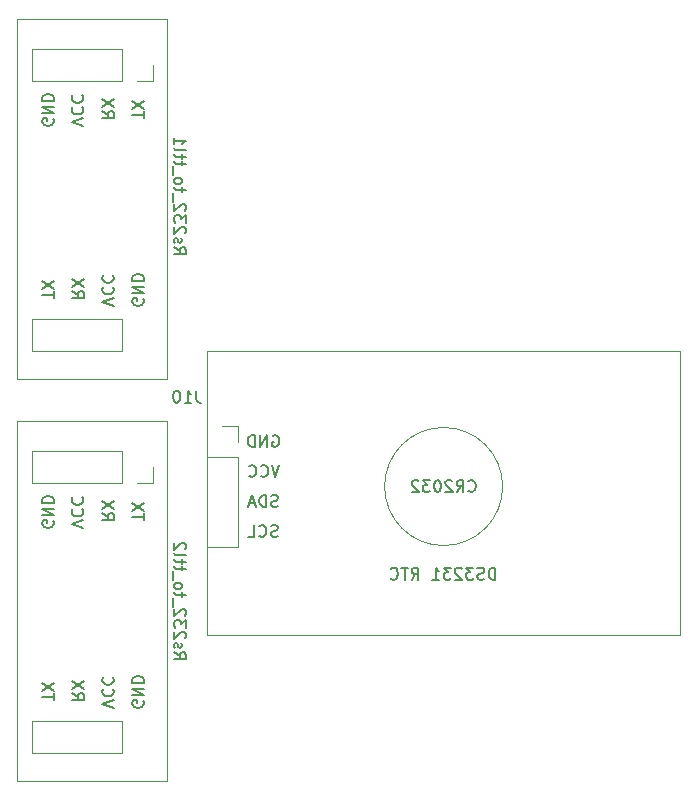
<source format=gbr>
%TF.GenerationSoftware,KiCad,Pcbnew,(6.0.4)*%
%TF.CreationDate,2022-05-02T15:33:22+09:00*%
%TF.ProjectId,0425,30343235-2e6b-4696-9361-645f70636258,rev?*%
%TF.SameCoordinates,Original*%
%TF.FileFunction,Legend,Bot*%
%TF.FilePolarity,Positive*%
%FSLAX46Y46*%
G04 Gerber Fmt 4.6, Leading zero omitted, Abs format (unit mm)*
G04 Created by KiCad (PCBNEW (6.0.4)) date 2022-05-02 15:33:22*
%MOMM*%
%LPD*%
G01*
G04 APERTURE LIST*
%ADD10C,0.150000*%
%ADD11C,0.120000*%
G04 APERTURE END LIST*
D10*
X161376761Y-90876380D02*
X161376761Y-89876380D01*
X161138666Y-89876380D01*
X160995809Y-89924000D01*
X160900571Y-90019238D01*
X160852952Y-90114476D01*
X160805333Y-90304952D01*
X160805333Y-90447809D01*
X160852952Y-90638285D01*
X160900571Y-90733523D01*
X160995809Y-90828761D01*
X161138666Y-90876380D01*
X161376761Y-90876380D01*
X160424380Y-90828761D02*
X160281523Y-90876380D01*
X160043428Y-90876380D01*
X159948190Y-90828761D01*
X159900571Y-90781142D01*
X159852952Y-90685904D01*
X159852952Y-90590666D01*
X159900571Y-90495428D01*
X159948190Y-90447809D01*
X160043428Y-90400190D01*
X160233904Y-90352571D01*
X160329142Y-90304952D01*
X160376761Y-90257333D01*
X160424380Y-90162095D01*
X160424380Y-90066857D01*
X160376761Y-89971619D01*
X160329142Y-89924000D01*
X160233904Y-89876380D01*
X159995809Y-89876380D01*
X159852952Y-89924000D01*
X159519619Y-89876380D02*
X158900571Y-89876380D01*
X159233904Y-90257333D01*
X159091047Y-90257333D01*
X158995809Y-90304952D01*
X158948190Y-90352571D01*
X158900571Y-90447809D01*
X158900571Y-90685904D01*
X158948190Y-90781142D01*
X158995809Y-90828761D01*
X159091047Y-90876380D01*
X159376761Y-90876380D01*
X159472000Y-90828761D01*
X159519619Y-90781142D01*
X158519619Y-89971619D02*
X158472000Y-89924000D01*
X158376761Y-89876380D01*
X158138666Y-89876380D01*
X158043428Y-89924000D01*
X157995809Y-89971619D01*
X157948190Y-90066857D01*
X157948190Y-90162095D01*
X157995809Y-90304952D01*
X158567238Y-90876380D01*
X157948190Y-90876380D01*
X157614857Y-89876380D02*
X156995809Y-89876380D01*
X157329142Y-90257333D01*
X157186285Y-90257333D01*
X157091047Y-90304952D01*
X157043428Y-90352571D01*
X156995809Y-90447809D01*
X156995809Y-90685904D01*
X157043428Y-90781142D01*
X157091047Y-90828761D01*
X157186285Y-90876380D01*
X157472000Y-90876380D01*
X157567238Y-90828761D01*
X157614857Y-90781142D01*
X156043428Y-90876380D02*
X156614857Y-90876380D01*
X156329142Y-90876380D02*
X156329142Y-89876380D01*
X156424380Y-90019238D01*
X156519619Y-90114476D01*
X156614857Y-90162095D01*
X154281523Y-90876380D02*
X154614857Y-90400190D01*
X154852952Y-90876380D02*
X154852952Y-89876380D01*
X154472000Y-89876380D01*
X154376761Y-89924000D01*
X154329142Y-89971619D01*
X154281523Y-90066857D01*
X154281523Y-90209714D01*
X154329142Y-90304952D01*
X154376761Y-90352571D01*
X154472000Y-90400190D01*
X154852952Y-90400190D01*
X153995809Y-89876380D02*
X153424380Y-89876380D01*
X153710095Y-90876380D02*
X153710095Y-89876380D01*
X152519619Y-90781142D02*
X152567238Y-90828761D01*
X152710095Y-90876380D01*
X152805333Y-90876380D01*
X152948190Y-90828761D01*
X153043428Y-90733523D01*
X153091047Y-90638285D01*
X153138666Y-90447809D01*
X153138666Y-90304952D01*
X153091047Y-90114476D01*
X153043428Y-90019238D01*
X152948190Y-89924000D01*
X152805333Y-89876380D01*
X152710095Y-89876380D01*
X152567238Y-89924000D01*
X152519619Y-89971619D01*
%TO.C,J10*%
X136064523Y-74890380D02*
X136064523Y-75604666D01*
X136112142Y-75747523D01*
X136207380Y-75842761D01*
X136350238Y-75890380D01*
X136445476Y-75890380D01*
X135064523Y-75890380D02*
X135635952Y-75890380D01*
X135350238Y-75890380D02*
X135350238Y-74890380D01*
X135445476Y-75033238D01*
X135540714Y-75128476D01*
X135635952Y-75176095D01*
X134445476Y-74890380D02*
X134350238Y-74890380D01*
X134255000Y-74938000D01*
X134207380Y-74985619D01*
X134159761Y-75080857D01*
X134112142Y-75271333D01*
X134112142Y-75509428D01*
X134159761Y-75699904D01*
X134207380Y-75795142D01*
X134255000Y-75842761D01*
X134350238Y-75890380D01*
X134445476Y-75890380D01*
X134540714Y-75842761D01*
X134588333Y-75795142D01*
X134635952Y-75699904D01*
X134683571Y-75509428D01*
X134683571Y-75271333D01*
X134635952Y-75080857D01*
X134588333Y-74985619D01*
X134540714Y-74938000D01*
X134445476Y-74890380D01*
X142974285Y-84674761D02*
X142831428Y-84722380D01*
X142593333Y-84722380D01*
X142498095Y-84674761D01*
X142450476Y-84627142D01*
X142402857Y-84531904D01*
X142402857Y-84436666D01*
X142450476Y-84341428D01*
X142498095Y-84293809D01*
X142593333Y-84246190D01*
X142783809Y-84198571D01*
X142879047Y-84150952D01*
X142926666Y-84103333D01*
X142974285Y-84008095D01*
X142974285Y-83912857D01*
X142926666Y-83817619D01*
X142879047Y-83770000D01*
X142783809Y-83722380D01*
X142545714Y-83722380D01*
X142402857Y-83770000D01*
X141974285Y-84722380D02*
X141974285Y-83722380D01*
X141736190Y-83722380D01*
X141593333Y-83770000D01*
X141498095Y-83865238D01*
X141450476Y-83960476D01*
X141402857Y-84150952D01*
X141402857Y-84293809D01*
X141450476Y-84484285D01*
X141498095Y-84579523D01*
X141593333Y-84674761D01*
X141736190Y-84722380D01*
X141974285Y-84722380D01*
X141021904Y-84436666D02*
X140545714Y-84436666D01*
X141117142Y-84722380D02*
X140783809Y-83722380D01*
X140450476Y-84722380D01*
X143093333Y-81182380D02*
X142760000Y-82182380D01*
X142426666Y-81182380D01*
X141521904Y-82087142D02*
X141569523Y-82134761D01*
X141712380Y-82182380D01*
X141807619Y-82182380D01*
X141950476Y-82134761D01*
X142045714Y-82039523D01*
X142093333Y-81944285D01*
X142140952Y-81753809D01*
X142140952Y-81610952D01*
X142093333Y-81420476D01*
X142045714Y-81325238D01*
X141950476Y-81230000D01*
X141807619Y-81182380D01*
X141712380Y-81182380D01*
X141569523Y-81230000D01*
X141521904Y-81277619D01*
X140521904Y-82087142D02*
X140569523Y-82134761D01*
X140712380Y-82182380D01*
X140807619Y-82182380D01*
X140950476Y-82134761D01*
X141045714Y-82039523D01*
X141093333Y-81944285D01*
X141140952Y-81753809D01*
X141140952Y-81610952D01*
X141093333Y-81420476D01*
X141045714Y-81325238D01*
X140950476Y-81230000D01*
X140807619Y-81182380D01*
X140712380Y-81182380D01*
X140569523Y-81230000D01*
X140521904Y-81277619D01*
X142950476Y-87214761D02*
X142807619Y-87262380D01*
X142569523Y-87262380D01*
X142474285Y-87214761D01*
X142426666Y-87167142D01*
X142379047Y-87071904D01*
X142379047Y-86976666D01*
X142426666Y-86881428D01*
X142474285Y-86833809D01*
X142569523Y-86786190D01*
X142760000Y-86738571D01*
X142855238Y-86690952D01*
X142902857Y-86643333D01*
X142950476Y-86548095D01*
X142950476Y-86452857D01*
X142902857Y-86357619D01*
X142855238Y-86310000D01*
X142760000Y-86262380D01*
X142521904Y-86262380D01*
X142379047Y-86310000D01*
X141379047Y-87167142D02*
X141426666Y-87214761D01*
X141569523Y-87262380D01*
X141664761Y-87262380D01*
X141807619Y-87214761D01*
X141902857Y-87119523D01*
X141950476Y-87024285D01*
X141998095Y-86833809D01*
X141998095Y-86690952D01*
X141950476Y-86500476D01*
X141902857Y-86405238D01*
X141807619Y-86310000D01*
X141664761Y-86262380D01*
X141569523Y-86262380D01*
X141426666Y-86310000D01*
X141379047Y-86357619D01*
X140474285Y-87262380D02*
X140950476Y-87262380D01*
X140950476Y-86262380D01*
X142521904Y-78690000D02*
X142617142Y-78642380D01*
X142760000Y-78642380D01*
X142902857Y-78690000D01*
X142998095Y-78785238D01*
X143045714Y-78880476D01*
X143093333Y-79070952D01*
X143093333Y-79213809D01*
X143045714Y-79404285D01*
X142998095Y-79499523D01*
X142902857Y-79594761D01*
X142760000Y-79642380D01*
X142664761Y-79642380D01*
X142521904Y-79594761D01*
X142474285Y-79547142D01*
X142474285Y-79213809D01*
X142664761Y-79213809D01*
X142045714Y-79642380D02*
X142045714Y-78642380D01*
X141474285Y-79642380D01*
X141474285Y-78642380D01*
X140998095Y-79642380D02*
X140998095Y-78642380D01*
X140760000Y-78642380D01*
X140617142Y-78690000D01*
X140521904Y-78785238D01*
X140474285Y-78880476D01*
X140426666Y-79070952D01*
X140426666Y-79213809D01*
X140474285Y-79404285D01*
X140521904Y-79499523D01*
X140617142Y-79594761D01*
X140760000Y-79642380D01*
X140998095Y-79642380D01*
X159095238Y-83357142D02*
X159142857Y-83404761D01*
X159285714Y-83452380D01*
X159380952Y-83452380D01*
X159523809Y-83404761D01*
X159619047Y-83309523D01*
X159666666Y-83214285D01*
X159714285Y-83023809D01*
X159714285Y-82880952D01*
X159666666Y-82690476D01*
X159619047Y-82595238D01*
X159523809Y-82500000D01*
X159380952Y-82452380D01*
X159285714Y-82452380D01*
X159142857Y-82500000D01*
X159095238Y-82547619D01*
X158095238Y-83452380D02*
X158428571Y-82976190D01*
X158666666Y-83452380D02*
X158666666Y-82452380D01*
X158285714Y-82452380D01*
X158190476Y-82500000D01*
X158142857Y-82547619D01*
X158095238Y-82642857D01*
X158095238Y-82785714D01*
X158142857Y-82880952D01*
X158190476Y-82928571D01*
X158285714Y-82976190D01*
X158666666Y-82976190D01*
X157714285Y-82547619D02*
X157666666Y-82500000D01*
X157571428Y-82452380D01*
X157333333Y-82452380D01*
X157238095Y-82500000D01*
X157190476Y-82547619D01*
X157142857Y-82642857D01*
X157142857Y-82738095D01*
X157190476Y-82880952D01*
X157761904Y-83452380D01*
X157142857Y-83452380D01*
X156523809Y-82452380D02*
X156428571Y-82452380D01*
X156333333Y-82500000D01*
X156285714Y-82547619D01*
X156238095Y-82642857D01*
X156190476Y-82833333D01*
X156190476Y-83071428D01*
X156238095Y-83261904D01*
X156285714Y-83357142D01*
X156333333Y-83404761D01*
X156428571Y-83452380D01*
X156523809Y-83452380D01*
X156619047Y-83404761D01*
X156666666Y-83357142D01*
X156714285Y-83261904D01*
X156761904Y-83071428D01*
X156761904Y-82833333D01*
X156714285Y-82642857D01*
X156666666Y-82547619D01*
X156619047Y-82500000D01*
X156523809Y-82452380D01*
X155857142Y-82452380D02*
X155238095Y-82452380D01*
X155571428Y-82833333D01*
X155428571Y-82833333D01*
X155333333Y-82880952D01*
X155285714Y-82928571D01*
X155238095Y-83023809D01*
X155238095Y-83261904D01*
X155285714Y-83357142D01*
X155333333Y-83404761D01*
X155428571Y-83452380D01*
X155714285Y-83452380D01*
X155809523Y-83404761D01*
X155857142Y-83357142D01*
X154857142Y-82547619D02*
X154809523Y-82500000D01*
X154714285Y-82452380D01*
X154476190Y-82452380D01*
X154380952Y-82500000D01*
X154333333Y-82547619D01*
X154285714Y-82642857D01*
X154285714Y-82738095D01*
X154333333Y-82880952D01*
X154904761Y-83452380D01*
X154285714Y-83452380D01*
%TO.C,Rs232_to_ttl1*%
X134167619Y-62753333D02*
X134643809Y-63086666D01*
X134167619Y-63324761D02*
X135167619Y-63324761D01*
X135167619Y-62943809D01*
X135120000Y-62848571D01*
X135072380Y-62800952D01*
X134977142Y-62753333D01*
X134834285Y-62753333D01*
X134739047Y-62800952D01*
X134691428Y-62848571D01*
X134643809Y-62943809D01*
X134643809Y-63324761D01*
X134215238Y-62372380D02*
X134167619Y-62277142D01*
X134167619Y-62086666D01*
X134215238Y-61991428D01*
X134310476Y-61943809D01*
X134358095Y-61943809D01*
X134453333Y-61991428D01*
X134500952Y-62086666D01*
X134500952Y-62229523D01*
X134548571Y-62324761D01*
X134643809Y-62372380D01*
X134691428Y-62372380D01*
X134786666Y-62324761D01*
X134834285Y-62229523D01*
X134834285Y-62086666D01*
X134786666Y-61991428D01*
X135072380Y-61562857D02*
X135120000Y-61515238D01*
X135167619Y-61420000D01*
X135167619Y-61181904D01*
X135120000Y-61086666D01*
X135072380Y-61039047D01*
X134977142Y-60991428D01*
X134881904Y-60991428D01*
X134739047Y-61039047D01*
X134167619Y-61610476D01*
X134167619Y-60991428D01*
X135167619Y-60658095D02*
X135167619Y-60039047D01*
X134786666Y-60372380D01*
X134786666Y-60229523D01*
X134739047Y-60134285D01*
X134691428Y-60086666D01*
X134596190Y-60039047D01*
X134358095Y-60039047D01*
X134262857Y-60086666D01*
X134215238Y-60134285D01*
X134167619Y-60229523D01*
X134167619Y-60515238D01*
X134215238Y-60610476D01*
X134262857Y-60658095D01*
X135072380Y-59658095D02*
X135120000Y-59610476D01*
X135167619Y-59515238D01*
X135167619Y-59277142D01*
X135120000Y-59181904D01*
X135072380Y-59134285D01*
X134977142Y-59086666D01*
X134881904Y-59086666D01*
X134739047Y-59134285D01*
X134167619Y-59705714D01*
X134167619Y-59086666D01*
X134072380Y-58896190D02*
X134072380Y-58134285D01*
X134834285Y-58039047D02*
X134834285Y-57658095D01*
X135167619Y-57896190D02*
X134310476Y-57896190D01*
X134215238Y-57848571D01*
X134167619Y-57753333D01*
X134167619Y-57658095D01*
X134167619Y-57181904D02*
X134215238Y-57277142D01*
X134262857Y-57324761D01*
X134358095Y-57372380D01*
X134643809Y-57372380D01*
X134739047Y-57324761D01*
X134786666Y-57277142D01*
X134834285Y-57181904D01*
X134834285Y-57039047D01*
X134786666Y-56943809D01*
X134739047Y-56896190D01*
X134643809Y-56848571D01*
X134358095Y-56848571D01*
X134262857Y-56896190D01*
X134215238Y-56943809D01*
X134167619Y-57039047D01*
X134167619Y-57181904D01*
X134072380Y-56658095D02*
X134072380Y-55896190D01*
X134834285Y-55800952D02*
X134834285Y-55420000D01*
X135167619Y-55658095D02*
X134310476Y-55658095D01*
X134215238Y-55610476D01*
X134167619Y-55515238D01*
X134167619Y-55420000D01*
X134834285Y-55229523D02*
X134834285Y-54848571D01*
X135167619Y-55086666D02*
X134310476Y-55086666D01*
X134215238Y-55039047D01*
X134167619Y-54943809D01*
X134167619Y-54848571D01*
X134167619Y-54372380D02*
X134215238Y-54467619D01*
X134310476Y-54515238D01*
X135167619Y-54515238D01*
X134167619Y-53467619D02*
X134167619Y-54039047D01*
X134167619Y-53753333D02*
X135167619Y-53753333D01*
X135024761Y-53848571D01*
X134929523Y-53943809D01*
X134881904Y-54039047D01*
X131611619Y-51815904D02*
X131611619Y-51244476D01*
X130611619Y-51530190D02*
X131611619Y-51530190D01*
X131611619Y-51006380D02*
X130611619Y-50339714D01*
X131611619Y-50339714D02*
X130611619Y-51006380D01*
X125531619Y-66460666D02*
X126007809Y-66794000D01*
X125531619Y-67032095D02*
X126531619Y-67032095D01*
X126531619Y-66651142D01*
X126484000Y-66555904D01*
X126436380Y-66508285D01*
X126341142Y-66460666D01*
X126198285Y-66460666D01*
X126103047Y-66508285D01*
X126055428Y-66555904D01*
X126007809Y-66651142D01*
X126007809Y-67032095D01*
X126531619Y-66127333D02*
X125531619Y-65460666D01*
X126531619Y-65460666D02*
X125531619Y-66127333D01*
X128071619Y-51220666D02*
X128547809Y-51554000D01*
X128071619Y-51792095D02*
X129071619Y-51792095D01*
X129071619Y-51411142D01*
X129024000Y-51315904D01*
X128976380Y-51268285D01*
X128881142Y-51220666D01*
X128738285Y-51220666D01*
X128643047Y-51268285D01*
X128595428Y-51315904D01*
X128547809Y-51411142D01*
X128547809Y-51792095D01*
X129071619Y-50887333D02*
X128071619Y-50220666D01*
X129071619Y-50220666D02*
X128071619Y-50887333D01*
X123991619Y-67055904D02*
X123991619Y-66484476D01*
X122991619Y-66770190D02*
X123991619Y-66770190D01*
X123991619Y-66246380D02*
X122991619Y-65579714D01*
X123991619Y-65579714D02*
X122991619Y-66246380D01*
X123944000Y-51875904D02*
X123991619Y-51971142D01*
X123991619Y-52114000D01*
X123944000Y-52256857D01*
X123848761Y-52352095D01*
X123753523Y-52399714D01*
X123563047Y-52447333D01*
X123420190Y-52447333D01*
X123229714Y-52399714D01*
X123134476Y-52352095D01*
X123039238Y-52256857D01*
X122991619Y-52114000D01*
X122991619Y-52018761D01*
X123039238Y-51875904D01*
X123086857Y-51828285D01*
X123420190Y-51828285D01*
X123420190Y-52018761D01*
X122991619Y-51399714D02*
X123991619Y-51399714D01*
X122991619Y-50828285D01*
X123991619Y-50828285D01*
X122991619Y-50352095D02*
X123991619Y-50352095D01*
X123991619Y-50114000D01*
X123944000Y-49971142D01*
X123848761Y-49875904D01*
X123753523Y-49828285D01*
X123563047Y-49780666D01*
X123420190Y-49780666D01*
X123229714Y-49828285D01*
X123134476Y-49875904D01*
X123039238Y-49971142D01*
X122991619Y-50114000D01*
X122991619Y-50352095D01*
X129071619Y-67687333D02*
X128071619Y-67354000D01*
X129071619Y-67020666D01*
X128166857Y-66115904D02*
X128119238Y-66163523D01*
X128071619Y-66306380D01*
X128071619Y-66401619D01*
X128119238Y-66544476D01*
X128214476Y-66639714D01*
X128309714Y-66687333D01*
X128500190Y-66734952D01*
X128643047Y-66734952D01*
X128833523Y-66687333D01*
X128928761Y-66639714D01*
X129024000Y-66544476D01*
X129071619Y-66401619D01*
X129071619Y-66306380D01*
X129024000Y-66163523D01*
X128976380Y-66115904D01*
X128166857Y-65115904D02*
X128119238Y-65163523D01*
X128071619Y-65306380D01*
X128071619Y-65401619D01*
X128119238Y-65544476D01*
X128214476Y-65639714D01*
X128309714Y-65687333D01*
X128500190Y-65734952D01*
X128643047Y-65734952D01*
X128833523Y-65687333D01*
X128928761Y-65639714D01*
X129024000Y-65544476D01*
X129071619Y-65401619D01*
X129071619Y-65306380D01*
X129024000Y-65163523D01*
X128976380Y-65115904D01*
X131564000Y-67115904D02*
X131611619Y-67211142D01*
X131611619Y-67354000D01*
X131564000Y-67496857D01*
X131468761Y-67592095D01*
X131373523Y-67639714D01*
X131183047Y-67687333D01*
X131040190Y-67687333D01*
X130849714Y-67639714D01*
X130754476Y-67592095D01*
X130659238Y-67496857D01*
X130611619Y-67354000D01*
X130611619Y-67258761D01*
X130659238Y-67115904D01*
X130706857Y-67068285D01*
X131040190Y-67068285D01*
X131040190Y-67258761D01*
X130611619Y-66639714D02*
X131611619Y-66639714D01*
X130611619Y-66068285D01*
X131611619Y-66068285D01*
X130611619Y-65592095D02*
X131611619Y-65592095D01*
X131611619Y-65354000D01*
X131564000Y-65211142D01*
X131468761Y-65115904D01*
X131373523Y-65068285D01*
X131183047Y-65020666D01*
X131040190Y-65020666D01*
X130849714Y-65068285D01*
X130754476Y-65115904D01*
X130659238Y-65211142D01*
X130611619Y-65354000D01*
X130611619Y-65592095D01*
X126501619Y-52447333D02*
X125501619Y-52114000D01*
X126501619Y-51780666D01*
X125596857Y-50875904D02*
X125549238Y-50923523D01*
X125501619Y-51066380D01*
X125501619Y-51161619D01*
X125549238Y-51304476D01*
X125644476Y-51399714D01*
X125739714Y-51447333D01*
X125930190Y-51494952D01*
X126073047Y-51494952D01*
X126263523Y-51447333D01*
X126358761Y-51399714D01*
X126454000Y-51304476D01*
X126501619Y-51161619D01*
X126501619Y-51066380D01*
X126454000Y-50923523D01*
X126406380Y-50875904D01*
X125596857Y-49875904D02*
X125549238Y-49923523D01*
X125501619Y-50066380D01*
X125501619Y-50161619D01*
X125549238Y-50304476D01*
X125644476Y-50399714D01*
X125739714Y-50447333D01*
X125930190Y-50494952D01*
X126073047Y-50494952D01*
X126263523Y-50447333D01*
X126358761Y-50399714D01*
X126454000Y-50304476D01*
X126501619Y-50161619D01*
X126501619Y-50066380D01*
X126454000Y-49923523D01*
X126406380Y-49875904D01*
%TO.C,Rs232_to_ttl2*%
X134167619Y-97043333D02*
X134643809Y-97376666D01*
X134167619Y-97614761D02*
X135167619Y-97614761D01*
X135167619Y-97233809D01*
X135120000Y-97138571D01*
X135072380Y-97090952D01*
X134977142Y-97043333D01*
X134834285Y-97043333D01*
X134739047Y-97090952D01*
X134691428Y-97138571D01*
X134643809Y-97233809D01*
X134643809Y-97614761D01*
X134215238Y-96662380D02*
X134167619Y-96567142D01*
X134167619Y-96376666D01*
X134215238Y-96281428D01*
X134310476Y-96233809D01*
X134358095Y-96233809D01*
X134453333Y-96281428D01*
X134500952Y-96376666D01*
X134500952Y-96519523D01*
X134548571Y-96614761D01*
X134643809Y-96662380D01*
X134691428Y-96662380D01*
X134786666Y-96614761D01*
X134834285Y-96519523D01*
X134834285Y-96376666D01*
X134786666Y-96281428D01*
X135072380Y-95852857D02*
X135120000Y-95805238D01*
X135167619Y-95710000D01*
X135167619Y-95471904D01*
X135120000Y-95376666D01*
X135072380Y-95329047D01*
X134977142Y-95281428D01*
X134881904Y-95281428D01*
X134739047Y-95329047D01*
X134167619Y-95900476D01*
X134167619Y-95281428D01*
X135167619Y-94948095D02*
X135167619Y-94329047D01*
X134786666Y-94662380D01*
X134786666Y-94519523D01*
X134739047Y-94424285D01*
X134691428Y-94376666D01*
X134596190Y-94329047D01*
X134358095Y-94329047D01*
X134262857Y-94376666D01*
X134215238Y-94424285D01*
X134167619Y-94519523D01*
X134167619Y-94805238D01*
X134215238Y-94900476D01*
X134262857Y-94948095D01*
X135072380Y-93948095D02*
X135120000Y-93900476D01*
X135167619Y-93805238D01*
X135167619Y-93567142D01*
X135120000Y-93471904D01*
X135072380Y-93424285D01*
X134977142Y-93376666D01*
X134881904Y-93376666D01*
X134739047Y-93424285D01*
X134167619Y-93995714D01*
X134167619Y-93376666D01*
X134072380Y-93186190D02*
X134072380Y-92424285D01*
X134834285Y-92329047D02*
X134834285Y-91948095D01*
X135167619Y-92186190D02*
X134310476Y-92186190D01*
X134215238Y-92138571D01*
X134167619Y-92043333D01*
X134167619Y-91948095D01*
X134167619Y-91471904D02*
X134215238Y-91567142D01*
X134262857Y-91614761D01*
X134358095Y-91662380D01*
X134643809Y-91662380D01*
X134739047Y-91614761D01*
X134786666Y-91567142D01*
X134834285Y-91471904D01*
X134834285Y-91329047D01*
X134786666Y-91233809D01*
X134739047Y-91186190D01*
X134643809Y-91138571D01*
X134358095Y-91138571D01*
X134262857Y-91186190D01*
X134215238Y-91233809D01*
X134167619Y-91329047D01*
X134167619Y-91471904D01*
X134072380Y-90948095D02*
X134072380Y-90186190D01*
X134834285Y-90090952D02*
X134834285Y-89710000D01*
X135167619Y-89948095D02*
X134310476Y-89948095D01*
X134215238Y-89900476D01*
X134167619Y-89805238D01*
X134167619Y-89710000D01*
X134834285Y-89519523D02*
X134834285Y-89138571D01*
X135167619Y-89376666D02*
X134310476Y-89376666D01*
X134215238Y-89329047D01*
X134167619Y-89233809D01*
X134167619Y-89138571D01*
X134167619Y-88662380D02*
X134215238Y-88757619D01*
X134310476Y-88805238D01*
X135167619Y-88805238D01*
X135072380Y-88329047D02*
X135120000Y-88281428D01*
X135167619Y-88186190D01*
X135167619Y-87948095D01*
X135120000Y-87852857D01*
X135072380Y-87805238D01*
X134977142Y-87757619D01*
X134881904Y-87757619D01*
X134739047Y-87805238D01*
X134167619Y-88376666D01*
X134167619Y-87757619D01*
X129071619Y-101723333D02*
X128071619Y-101390000D01*
X129071619Y-101056666D01*
X128166857Y-100151904D02*
X128119238Y-100199523D01*
X128071619Y-100342380D01*
X128071619Y-100437619D01*
X128119238Y-100580476D01*
X128214476Y-100675714D01*
X128309714Y-100723333D01*
X128500190Y-100770952D01*
X128643047Y-100770952D01*
X128833523Y-100723333D01*
X128928761Y-100675714D01*
X129024000Y-100580476D01*
X129071619Y-100437619D01*
X129071619Y-100342380D01*
X129024000Y-100199523D01*
X128976380Y-100151904D01*
X128166857Y-99151904D02*
X128119238Y-99199523D01*
X128071619Y-99342380D01*
X128071619Y-99437619D01*
X128119238Y-99580476D01*
X128214476Y-99675714D01*
X128309714Y-99723333D01*
X128500190Y-99770952D01*
X128643047Y-99770952D01*
X128833523Y-99723333D01*
X128928761Y-99675714D01*
X129024000Y-99580476D01*
X129071619Y-99437619D01*
X129071619Y-99342380D01*
X129024000Y-99199523D01*
X128976380Y-99151904D01*
X126501619Y-86483333D02*
X125501619Y-86150000D01*
X126501619Y-85816666D01*
X125596857Y-84911904D02*
X125549238Y-84959523D01*
X125501619Y-85102380D01*
X125501619Y-85197619D01*
X125549238Y-85340476D01*
X125644476Y-85435714D01*
X125739714Y-85483333D01*
X125930190Y-85530952D01*
X126073047Y-85530952D01*
X126263523Y-85483333D01*
X126358761Y-85435714D01*
X126454000Y-85340476D01*
X126501619Y-85197619D01*
X126501619Y-85102380D01*
X126454000Y-84959523D01*
X126406380Y-84911904D01*
X125596857Y-83911904D02*
X125549238Y-83959523D01*
X125501619Y-84102380D01*
X125501619Y-84197619D01*
X125549238Y-84340476D01*
X125644476Y-84435714D01*
X125739714Y-84483333D01*
X125930190Y-84530952D01*
X126073047Y-84530952D01*
X126263523Y-84483333D01*
X126358761Y-84435714D01*
X126454000Y-84340476D01*
X126501619Y-84197619D01*
X126501619Y-84102380D01*
X126454000Y-83959523D01*
X126406380Y-83911904D01*
X123944000Y-85911904D02*
X123991619Y-86007142D01*
X123991619Y-86150000D01*
X123944000Y-86292857D01*
X123848761Y-86388095D01*
X123753523Y-86435714D01*
X123563047Y-86483333D01*
X123420190Y-86483333D01*
X123229714Y-86435714D01*
X123134476Y-86388095D01*
X123039238Y-86292857D01*
X122991619Y-86150000D01*
X122991619Y-86054761D01*
X123039238Y-85911904D01*
X123086857Y-85864285D01*
X123420190Y-85864285D01*
X123420190Y-86054761D01*
X122991619Y-85435714D02*
X123991619Y-85435714D01*
X122991619Y-84864285D01*
X123991619Y-84864285D01*
X122991619Y-84388095D02*
X123991619Y-84388095D01*
X123991619Y-84150000D01*
X123944000Y-84007142D01*
X123848761Y-83911904D01*
X123753523Y-83864285D01*
X123563047Y-83816666D01*
X123420190Y-83816666D01*
X123229714Y-83864285D01*
X123134476Y-83911904D01*
X123039238Y-84007142D01*
X122991619Y-84150000D01*
X122991619Y-84388095D01*
X131564000Y-101151904D02*
X131611619Y-101247142D01*
X131611619Y-101390000D01*
X131564000Y-101532857D01*
X131468761Y-101628095D01*
X131373523Y-101675714D01*
X131183047Y-101723333D01*
X131040190Y-101723333D01*
X130849714Y-101675714D01*
X130754476Y-101628095D01*
X130659238Y-101532857D01*
X130611619Y-101390000D01*
X130611619Y-101294761D01*
X130659238Y-101151904D01*
X130706857Y-101104285D01*
X131040190Y-101104285D01*
X131040190Y-101294761D01*
X130611619Y-100675714D02*
X131611619Y-100675714D01*
X130611619Y-100104285D01*
X131611619Y-100104285D01*
X130611619Y-99628095D02*
X131611619Y-99628095D01*
X131611619Y-99390000D01*
X131564000Y-99247142D01*
X131468761Y-99151904D01*
X131373523Y-99104285D01*
X131183047Y-99056666D01*
X131040190Y-99056666D01*
X130849714Y-99104285D01*
X130754476Y-99151904D01*
X130659238Y-99247142D01*
X130611619Y-99390000D01*
X130611619Y-99628095D01*
X131611619Y-85851904D02*
X131611619Y-85280476D01*
X130611619Y-85566190D02*
X131611619Y-85566190D01*
X131611619Y-85042380D02*
X130611619Y-84375714D01*
X131611619Y-84375714D02*
X130611619Y-85042380D01*
X125531619Y-100496666D02*
X126007809Y-100830000D01*
X125531619Y-101068095D02*
X126531619Y-101068095D01*
X126531619Y-100687142D01*
X126484000Y-100591904D01*
X126436380Y-100544285D01*
X126341142Y-100496666D01*
X126198285Y-100496666D01*
X126103047Y-100544285D01*
X126055428Y-100591904D01*
X126007809Y-100687142D01*
X126007809Y-101068095D01*
X126531619Y-100163333D02*
X125531619Y-99496666D01*
X126531619Y-99496666D02*
X125531619Y-100163333D01*
X128071619Y-85256666D02*
X128547809Y-85590000D01*
X128071619Y-85828095D02*
X129071619Y-85828095D01*
X129071619Y-85447142D01*
X129024000Y-85351904D01*
X128976380Y-85304285D01*
X128881142Y-85256666D01*
X128738285Y-85256666D01*
X128643047Y-85304285D01*
X128595428Y-85351904D01*
X128547809Y-85447142D01*
X128547809Y-85828095D01*
X129071619Y-84923333D02*
X128071619Y-84256666D01*
X129071619Y-84256666D02*
X128071619Y-84923333D01*
X123991619Y-101091904D02*
X123991619Y-100520476D01*
X122991619Y-100806190D02*
X123991619Y-100806190D01*
X123991619Y-100282380D02*
X122991619Y-99615714D01*
X123991619Y-99615714D02*
X122991619Y-100282380D01*
D11*
%TO.C,J10*%
X136940000Y-80460000D02*
X136940000Y-88140000D01*
X177000000Y-71530000D02*
X177000000Y-95530000D01*
X137000000Y-71530000D02*
X137000000Y-95530000D01*
X137000000Y-71530000D02*
X177000000Y-71530000D01*
X139600000Y-79190000D02*
X139600000Y-77860000D01*
X139600000Y-80460000D02*
X139600000Y-88140000D01*
X139600000Y-88140000D02*
X136940000Y-88140000D01*
X137000000Y-95530000D02*
X177000000Y-95530000D01*
X139600000Y-80460000D02*
X136940000Y-80460000D01*
X139600000Y-77860000D02*
X138270000Y-77860000D01*
X162000000Y-83000000D02*
G75*
G03*
X162000000Y-83000000I-5000000J0D01*
G01*
%TO.C,Rs232_to_ttl1*%
X131064000Y-48634000D02*
X132394000Y-48634000D01*
X122114000Y-71494000D02*
X122114000Y-68834000D01*
X132394000Y-48634000D02*
X132394000Y-47304000D01*
X129794000Y-48634000D02*
X129794000Y-45974000D01*
X129794000Y-68834000D02*
X122114000Y-68834000D01*
X129794000Y-45974000D02*
X122114000Y-45974000D01*
X129794000Y-71494000D02*
X129794000Y-68834000D01*
X129794000Y-48634000D02*
X122114000Y-48634000D01*
X129794000Y-71494000D02*
X122114000Y-71494000D01*
X122114000Y-48634000D02*
X122114000Y-45974000D01*
X133604000Y-73914000D02*
X120904000Y-73914000D01*
X120904000Y-73914000D02*
X120904000Y-43434000D01*
X120904000Y-43434000D02*
X133604000Y-43434000D01*
X133604000Y-43434000D02*
X133604000Y-73914000D01*
%TO.C,Rs232_to_ttl2*%
X129794000Y-82670000D02*
X122114000Y-82670000D01*
X122114000Y-105530000D02*
X122114000Y-102870000D01*
X129794000Y-82670000D02*
X129794000Y-80010000D01*
X132394000Y-82670000D02*
X132394000Y-81340000D01*
X129794000Y-105530000D02*
X129794000Y-102870000D01*
X131064000Y-82670000D02*
X132394000Y-82670000D01*
X122114000Y-82670000D02*
X122114000Y-80010000D01*
X129794000Y-80010000D02*
X122114000Y-80010000D01*
X129794000Y-105530000D02*
X122114000Y-105530000D01*
X129794000Y-102870000D02*
X122114000Y-102870000D01*
X133604000Y-107950000D02*
X120904000Y-107950000D01*
X120904000Y-107950000D02*
X120904000Y-77470000D01*
X120904000Y-77470000D02*
X133604000Y-77470000D01*
X133604000Y-77470000D02*
X133604000Y-107950000D01*
%TD*%
M02*

</source>
